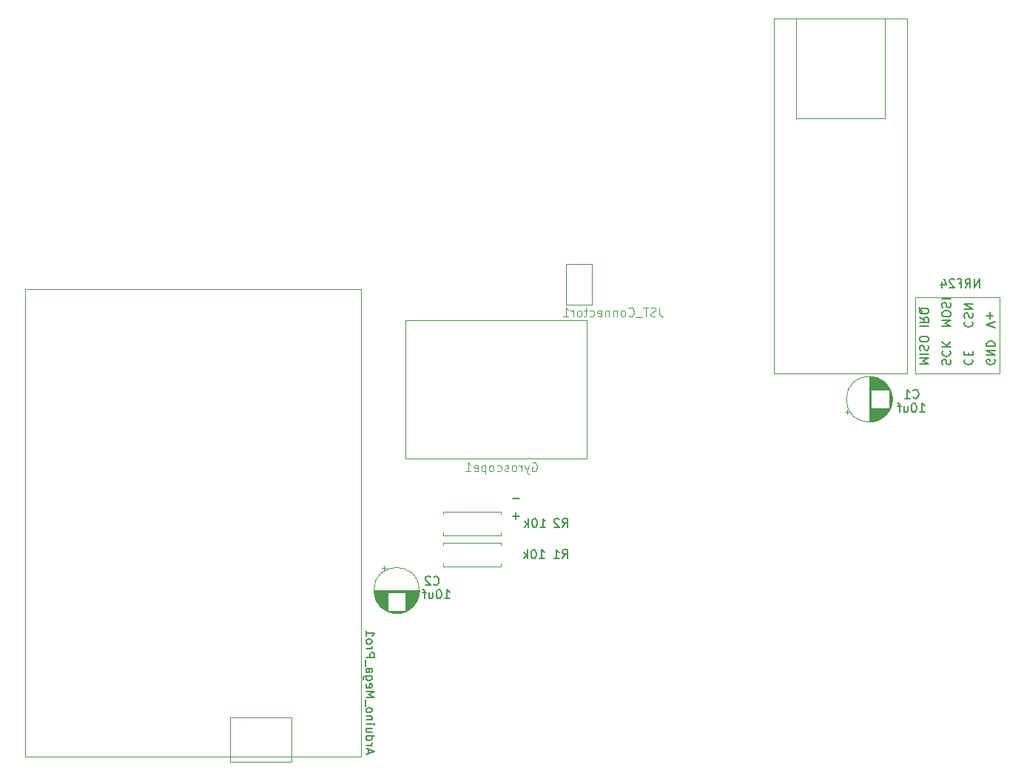
<source format=gbr>
%TF.GenerationSoftware,KiCad,Pcbnew,7.0.8*%
%TF.CreationDate,2023-11-22T02:38:27-05:00*%
%TF.ProjectId,RCTransmitterAecertRobotics,52435472-616e-4736-9d69-747465724165,rev?*%
%TF.SameCoordinates,Original*%
%TF.FileFunction,Legend,Bot*%
%TF.FilePolarity,Positive*%
%FSLAX46Y46*%
G04 Gerber Fmt 4.6, Leading zero omitted, Abs format (unit mm)*
G04 Created by KiCad (PCBNEW 7.0.8) date 2023-11-22 02:38:27*
%MOMM*%
%LPD*%
G01*
G04 APERTURE LIST*
%ADD10C,0.150000*%
%ADD11C,0.100000*%
%ADD12C,0.120000*%
G04 APERTURE END LIST*
D10*
X142822524Y-113439890D02*
X143584429Y-113439890D01*
X143203476Y-113820843D02*
X143203476Y-113058938D01*
X142840078Y-111438816D02*
X143601983Y-111438816D01*
D11*
X145045033Y-107374600D02*
X145140271Y-107326981D01*
X145140271Y-107326981D02*
X145283128Y-107326981D01*
X145283128Y-107326981D02*
X145425985Y-107374600D01*
X145425985Y-107374600D02*
X145521223Y-107469838D01*
X145521223Y-107469838D02*
X145568842Y-107565076D01*
X145568842Y-107565076D02*
X145616461Y-107755552D01*
X145616461Y-107755552D02*
X145616461Y-107898409D01*
X145616461Y-107898409D02*
X145568842Y-108088885D01*
X145568842Y-108088885D02*
X145521223Y-108184123D01*
X145521223Y-108184123D02*
X145425985Y-108279362D01*
X145425985Y-108279362D02*
X145283128Y-108326981D01*
X145283128Y-108326981D02*
X145187890Y-108326981D01*
X145187890Y-108326981D02*
X145045033Y-108279362D01*
X145045033Y-108279362D02*
X144997414Y-108231742D01*
X144997414Y-108231742D02*
X144997414Y-107898409D01*
X144997414Y-107898409D02*
X145187890Y-107898409D01*
X144664080Y-107660314D02*
X144425985Y-108326981D01*
X144187890Y-107660314D02*
X144425985Y-108326981D01*
X144425985Y-108326981D02*
X144521223Y-108565076D01*
X144521223Y-108565076D02*
X144568842Y-108612695D01*
X144568842Y-108612695D02*
X144664080Y-108660314D01*
X143806937Y-108326981D02*
X143806937Y-107660314D01*
X143806937Y-107850790D02*
X143759318Y-107755552D01*
X143759318Y-107755552D02*
X143711699Y-107707933D01*
X143711699Y-107707933D02*
X143616461Y-107660314D01*
X143616461Y-107660314D02*
X143521223Y-107660314D01*
X143045032Y-108326981D02*
X143140270Y-108279362D01*
X143140270Y-108279362D02*
X143187889Y-108231742D01*
X143187889Y-108231742D02*
X143235508Y-108136504D01*
X143235508Y-108136504D02*
X143235508Y-107850790D01*
X143235508Y-107850790D02*
X143187889Y-107755552D01*
X143187889Y-107755552D02*
X143140270Y-107707933D01*
X143140270Y-107707933D02*
X143045032Y-107660314D01*
X143045032Y-107660314D02*
X142902175Y-107660314D01*
X142902175Y-107660314D02*
X142806937Y-107707933D01*
X142806937Y-107707933D02*
X142759318Y-107755552D01*
X142759318Y-107755552D02*
X142711699Y-107850790D01*
X142711699Y-107850790D02*
X142711699Y-108136504D01*
X142711699Y-108136504D02*
X142759318Y-108231742D01*
X142759318Y-108231742D02*
X142806937Y-108279362D01*
X142806937Y-108279362D02*
X142902175Y-108326981D01*
X142902175Y-108326981D02*
X143045032Y-108326981D01*
X142330746Y-108279362D02*
X142235508Y-108326981D01*
X142235508Y-108326981D02*
X142045032Y-108326981D01*
X142045032Y-108326981D02*
X141949794Y-108279362D01*
X141949794Y-108279362D02*
X141902175Y-108184123D01*
X141902175Y-108184123D02*
X141902175Y-108136504D01*
X141902175Y-108136504D02*
X141949794Y-108041266D01*
X141949794Y-108041266D02*
X142045032Y-107993647D01*
X142045032Y-107993647D02*
X142187889Y-107993647D01*
X142187889Y-107993647D02*
X142283127Y-107946028D01*
X142283127Y-107946028D02*
X142330746Y-107850790D01*
X142330746Y-107850790D02*
X142330746Y-107803171D01*
X142330746Y-107803171D02*
X142283127Y-107707933D01*
X142283127Y-107707933D02*
X142187889Y-107660314D01*
X142187889Y-107660314D02*
X142045032Y-107660314D01*
X142045032Y-107660314D02*
X141949794Y-107707933D01*
X141045032Y-108279362D02*
X141140270Y-108326981D01*
X141140270Y-108326981D02*
X141330746Y-108326981D01*
X141330746Y-108326981D02*
X141425984Y-108279362D01*
X141425984Y-108279362D02*
X141473603Y-108231742D01*
X141473603Y-108231742D02*
X141521222Y-108136504D01*
X141521222Y-108136504D02*
X141521222Y-107850790D01*
X141521222Y-107850790D02*
X141473603Y-107755552D01*
X141473603Y-107755552D02*
X141425984Y-107707933D01*
X141425984Y-107707933D02*
X141330746Y-107660314D01*
X141330746Y-107660314D02*
X141140270Y-107660314D01*
X141140270Y-107660314D02*
X141045032Y-107707933D01*
X140473603Y-108326981D02*
X140568841Y-108279362D01*
X140568841Y-108279362D02*
X140616460Y-108231742D01*
X140616460Y-108231742D02*
X140664079Y-108136504D01*
X140664079Y-108136504D02*
X140664079Y-107850790D01*
X140664079Y-107850790D02*
X140616460Y-107755552D01*
X140616460Y-107755552D02*
X140568841Y-107707933D01*
X140568841Y-107707933D02*
X140473603Y-107660314D01*
X140473603Y-107660314D02*
X140330746Y-107660314D01*
X140330746Y-107660314D02*
X140235508Y-107707933D01*
X140235508Y-107707933D02*
X140187889Y-107755552D01*
X140187889Y-107755552D02*
X140140270Y-107850790D01*
X140140270Y-107850790D02*
X140140270Y-108136504D01*
X140140270Y-108136504D02*
X140187889Y-108231742D01*
X140187889Y-108231742D02*
X140235508Y-108279362D01*
X140235508Y-108279362D02*
X140330746Y-108326981D01*
X140330746Y-108326981D02*
X140473603Y-108326981D01*
X139711698Y-107660314D02*
X139711698Y-108660314D01*
X139711698Y-107707933D02*
X139616460Y-107660314D01*
X139616460Y-107660314D02*
X139425984Y-107660314D01*
X139425984Y-107660314D02*
X139330746Y-107707933D01*
X139330746Y-107707933D02*
X139283127Y-107755552D01*
X139283127Y-107755552D02*
X139235508Y-107850790D01*
X139235508Y-107850790D02*
X139235508Y-108136504D01*
X139235508Y-108136504D02*
X139283127Y-108231742D01*
X139283127Y-108231742D02*
X139330746Y-108279362D01*
X139330746Y-108279362D02*
X139425984Y-108326981D01*
X139425984Y-108326981D02*
X139616460Y-108326981D01*
X139616460Y-108326981D02*
X139711698Y-108279362D01*
X138425984Y-108279362D02*
X138521222Y-108326981D01*
X138521222Y-108326981D02*
X138711698Y-108326981D01*
X138711698Y-108326981D02*
X138806936Y-108279362D01*
X138806936Y-108279362D02*
X138854555Y-108184123D01*
X138854555Y-108184123D02*
X138854555Y-107803171D01*
X138854555Y-107803171D02*
X138806936Y-107707933D01*
X138806936Y-107707933D02*
X138711698Y-107660314D01*
X138711698Y-107660314D02*
X138521222Y-107660314D01*
X138521222Y-107660314D02*
X138425984Y-107707933D01*
X138425984Y-107707933D02*
X138378365Y-107803171D01*
X138378365Y-107803171D02*
X138378365Y-107898409D01*
X138378365Y-107898409D02*
X138854555Y-107993647D01*
X137425984Y-108326981D02*
X137997412Y-108326981D01*
X137711698Y-108326981D02*
X137711698Y-107326981D01*
X137711698Y-107326981D02*
X137806936Y-107469838D01*
X137806936Y-107469838D02*
X137902174Y-107565076D01*
X137902174Y-107565076D02*
X137997412Y-107612695D01*
D10*
X148502666Y-114754819D02*
X148835999Y-114278628D01*
X149074094Y-114754819D02*
X149074094Y-113754819D01*
X149074094Y-113754819D02*
X148693142Y-113754819D01*
X148693142Y-113754819D02*
X148597904Y-113802438D01*
X148597904Y-113802438D02*
X148550285Y-113850057D01*
X148550285Y-113850057D02*
X148502666Y-113945295D01*
X148502666Y-113945295D02*
X148502666Y-114088152D01*
X148502666Y-114088152D02*
X148550285Y-114183390D01*
X148550285Y-114183390D02*
X148597904Y-114231009D01*
X148597904Y-114231009D02*
X148693142Y-114278628D01*
X148693142Y-114278628D02*
X149074094Y-114278628D01*
X148121713Y-113850057D02*
X148074094Y-113802438D01*
X148074094Y-113802438D02*
X147978856Y-113754819D01*
X147978856Y-113754819D02*
X147740761Y-113754819D01*
X147740761Y-113754819D02*
X147645523Y-113802438D01*
X147645523Y-113802438D02*
X147597904Y-113850057D01*
X147597904Y-113850057D02*
X147550285Y-113945295D01*
X147550285Y-113945295D02*
X147550285Y-114040533D01*
X147550285Y-114040533D02*
X147597904Y-114183390D01*
X147597904Y-114183390D02*
X148169332Y-114754819D01*
X148169332Y-114754819D02*
X147550285Y-114754819D01*
X145883238Y-118310819D02*
X146454666Y-118310819D01*
X146168952Y-118310819D02*
X146168952Y-117310819D01*
X146168952Y-117310819D02*
X146264190Y-117453676D01*
X146264190Y-117453676D02*
X146359428Y-117548914D01*
X146359428Y-117548914D02*
X146454666Y-117596533D01*
X145264190Y-117310819D02*
X145168952Y-117310819D01*
X145168952Y-117310819D02*
X145073714Y-117358438D01*
X145073714Y-117358438D02*
X145026095Y-117406057D01*
X145026095Y-117406057D02*
X144978476Y-117501295D01*
X144978476Y-117501295D02*
X144930857Y-117691771D01*
X144930857Y-117691771D02*
X144930857Y-117929866D01*
X144930857Y-117929866D02*
X144978476Y-118120342D01*
X144978476Y-118120342D02*
X145026095Y-118215580D01*
X145026095Y-118215580D02*
X145073714Y-118263200D01*
X145073714Y-118263200D02*
X145168952Y-118310819D01*
X145168952Y-118310819D02*
X145264190Y-118310819D01*
X145264190Y-118310819D02*
X145359428Y-118263200D01*
X145359428Y-118263200D02*
X145407047Y-118215580D01*
X145407047Y-118215580D02*
X145454666Y-118120342D01*
X145454666Y-118120342D02*
X145502285Y-117929866D01*
X145502285Y-117929866D02*
X145502285Y-117691771D01*
X145502285Y-117691771D02*
X145454666Y-117501295D01*
X145454666Y-117501295D02*
X145407047Y-117406057D01*
X145407047Y-117406057D02*
X145359428Y-117358438D01*
X145359428Y-117358438D02*
X145264190Y-117310819D01*
X144502285Y-118310819D02*
X144502285Y-117310819D01*
X144407047Y-117929866D02*
X144121333Y-118310819D01*
X144121333Y-117644152D02*
X144502285Y-118025104D01*
X148502666Y-118310819D02*
X148835999Y-117834628D01*
X149074094Y-118310819D02*
X149074094Y-117310819D01*
X149074094Y-117310819D02*
X148693142Y-117310819D01*
X148693142Y-117310819D02*
X148597904Y-117358438D01*
X148597904Y-117358438D02*
X148550285Y-117406057D01*
X148550285Y-117406057D02*
X148502666Y-117501295D01*
X148502666Y-117501295D02*
X148502666Y-117644152D01*
X148502666Y-117644152D02*
X148550285Y-117739390D01*
X148550285Y-117739390D02*
X148597904Y-117787009D01*
X148597904Y-117787009D02*
X148693142Y-117834628D01*
X148693142Y-117834628D02*
X149074094Y-117834628D01*
X147550285Y-118310819D02*
X148121713Y-118310819D01*
X147835999Y-118310819D02*
X147835999Y-117310819D01*
X147835999Y-117310819D02*
X147931237Y-117453676D01*
X147931237Y-117453676D02*
X148026475Y-117548914D01*
X148026475Y-117548914D02*
X148121713Y-117596533D01*
X145979134Y-114724316D02*
X146550562Y-114724316D01*
X146264848Y-114724316D02*
X146264848Y-113724316D01*
X146264848Y-113724316D02*
X146360086Y-113867173D01*
X146360086Y-113867173D02*
X146455324Y-113962411D01*
X146455324Y-113962411D02*
X146550562Y-114010030D01*
X145360086Y-113724316D02*
X145264848Y-113724316D01*
X145264848Y-113724316D02*
X145169610Y-113771935D01*
X145169610Y-113771935D02*
X145121991Y-113819554D01*
X145121991Y-113819554D02*
X145074372Y-113914792D01*
X145074372Y-113914792D02*
X145026753Y-114105268D01*
X145026753Y-114105268D02*
X145026753Y-114343363D01*
X145026753Y-114343363D02*
X145074372Y-114533839D01*
X145074372Y-114533839D02*
X145121991Y-114629077D01*
X145121991Y-114629077D02*
X145169610Y-114676697D01*
X145169610Y-114676697D02*
X145264848Y-114724316D01*
X145264848Y-114724316D02*
X145360086Y-114724316D01*
X145360086Y-114724316D02*
X145455324Y-114676697D01*
X145455324Y-114676697D02*
X145502943Y-114629077D01*
X145502943Y-114629077D02*
X145550562Y-114533839D01*
X145550562Y-114533839D02*
X145598181Y-114343363D01*
X145598181Y-114343363D02*
X145598181Y-114105268D01*
X145598181Y-114105268D02*
X145550562Y-113914792D01*
X145550562Y-113914792D02*
X145502943Y-113819554D01*
X145502943Y-113819554D02*
X145455324Y-113771935D01*
X145455324Y-113771935D02*
X145360086Y-113724316D01*
X144598181Y-114724316D02*
X144598181Y-113724316D01*
X144502943Y-114343363D02*
X144217229Y-114724316D01*
X144217229Y-114057649D02*
X144598181Y-114438601D01*
X133770666Y-121263580D02*
X133818285Y-121311200D01*
X133818285Y-121311200D02*
X133961142Y-121358819D01*
X133961142Y-121358819D02*
X134056380Y-121358819D01*
X134056380Y-121358819D02*
X134199237Y-121311200D01*
X134199237Y-121311200D02*
X134294475Y-121215961D01*
X134294475Y-121215961D02*
X134342094Y-121120723D01*
X134342094Y-121120723D02*
X134389713Y-120930247D01*
X134389713Y-120930247D02*
X134389713Y-120787390D01*
X134389713Y-120787390D02*
X134342094Y-120596914D01*
X134342094Y-120596914D02*
X134294475Y-120501676D01*
X134294475Y-120501676D02*
X134199237Y-120406438D01*
X134199237Y-120406438D02*
X134056380Y-120358819D01*
X134056380Y-120358819D02*
X133961142Y-120358819D01*
X133961142Y-120358819D02*
X133818285Y-120406438D01*
X133818285Y-120406438D02*
X133770666Y-120454057D01*
X133389713Y-120454057D02*
X133342094Y-120406438D01*
X133342094Y-120406438D02*
X133246856Y-120358819D01*
X133246856Y-120358819D02*
X133008761Y-120358819D01*
X133008761Y-120358819D02*
X132913523Y-120406438D01*
X132913523Y-120406438D02*
X132865904Y-120454057D01*
X132865904Y-120454057D02*
X132818285Y-120549295D01*
X132818285Y-120549295D02*
X132818285Y-120644533D01*
X132818285Y-120644533D02*
X132865904Y-120787390D01*
X132865904Y-120787390D02*
X133437332Y-121358819D01*
X133437332Y-121358819D02*
X132818285Y-121358819D01*
X135040571Y-122882819D02*
X135611999Y-122882819D01*
X135326285Y-122882819D02*
X135326285Y-121882819D01*
X135326285Y-121882819D02*
X135421523Y-122025676D01*
X135421523Y-122025676D02*
X135516761Y-122120914D01*
X135516761Y-122120914D02*
X135611999Y-122168533D01*
X134421523Y-121882819D02*
X134326285Y-121882819D01*
X134326285Y-121882819D02*
X134231047Y-121930438D01*
X134231047Y-121930438D02*
X134183428Y-121978057D01*
X134183428Y-121978057D02*
X134135809Y-122073295D01*
X134135809Y-122073295D02*
X134088190Y-122263771D01*
X134088190Y-122263771D02*
X134088190Y-122501866D01*
X134088190Y-122501866D02*
X134135809Y-122692342D01*
X134135809Y-122692342D02*
X134183428Y-122787580D01*
X134183428Y-122787580D02*
X134231047Y-122835200D01*
X134231047Y-122835200D02*
X134326285Y-122882819D01*
X134326285Y-122882819D02*
X134421523Y-122882819D01*
X134421523Y-122882819D02*
X134516761Y-122835200D01*
X134516761Y-122835200D02*
X134564380Y-122787580D01*
X134564380Y-122787580D02*
X134611999Y-122692342D01*
X134611999Y-122692342D02*
X134659618Y-122501866D01*
X134659618Y-122501866D02*
X134659618Y-122263771D01*
X134659618Y-122263771D02*
X134611999Y-122073295D01*
X134611999Y-122073295D02*
X134564380Y-121978057D01*
X134564380Y-121978057D02*
X134516761Y-121930438D01*
X134516761Y-121930438D02*
X134421523Y-121882819D01*
X133231047Y-122216152D02*
X133231047Y-122882819D01*
X133659618Y-122216152D02*
X133659618Y-122739961D01*
X133659618Y-122739961D02*
X133611999Y-122835200D01*
X133611999Y-122835200D02*
X133516761Y-122882819D01*
X133516761Y-122882819D02*
X133373904Y-122882819D01*
X133373904Y-122882819D02*
X133278666Y-122835200D01*
X133278666Y-122835200D02*
X133231047Y-122787580D01*
X132897713Y-122216152D02*
X132516761Y-122216152D01*
X132754856Y-122882819D02*
X132754856Y-122025676D01*
X132754856Y-122025676D02*
X132707237Y-121930438D01*
X132707237Y-121930438D02*
X132611999Y-121882819D01*
X132611999Y-121882819D02*
X132516761Y-121882819D01*
D11*
X159614775Y-89583055D02*
X159614775Y-90297340D01*
X159614775Y-90297340D02*
X159662394Y-90440197D01*
X159662394Y-90440197D02*
X159757632Y-90535436D01*
X159757632Y-90535436D02*
X159900489Y-90583055D01*
X159900489Y-90583055D02*
X159995727Y-90583055D01*
X159186203Y-90535436D02*
X159043346Y-90583055D01*
X159043346Y-90583055D02*
X158805251Y-90583055D01*
X158805251Y-90583055D02*
X158710013Y-90535436D01*
X158710013Y-90535436D02*
X158662394Y-90487816D01*
X158662394Y-90487816D02*
X158614775Y-90392578D01*
X158614775Y-90392578D02*
X158614775Y-90297340D01*
X158614775Y-90297340D02*
X158662394Y-90202102D01*
X158662394Y-90202102D02*
X158710013Y-90154483D01*
X158710013Y-90154483D02*
X158805251Y-90106864D01*
X158805251Y-90106864D02*
X158995727Y-90059245D01*
X158995727Y-90059245D02*
X159090965Y-90011626D01*
X159090965Y-90011626D02*
X159138584Y-89964007D01*
X159138584Y-89964007D02*
X159186203Y-89868769D01*
X159186203Y-89868769D02*
X159186203Y-89773531D01*
X159186203Y-89773531D02*
X159138584Y-89678293D01*
X159138584Y-89678293D02*
X159090965Y-89630674D01*
X159090965Y-89630674D02*
X158995727Y-89583055D01*
X158995727Y-89583055D02*
X158757632Y-89583055D01*
X158757632Y-89583055D02*
X158614775Y-89630674D01*
X158329060Y-89583055D02*
X157757632Y-89583055D01*
X158043346Y-90583055D02*
X158043346Y-89583055D01*
X157662394Y-90678293D02*
X156900489Y-90678293D01*
X156090965Y-90487816D02*
X156138584Y-90535436D01*
X156138584Y-90535436D02*
X156281441Y-90583055D01*
X156281441Y-90583055D02*
X156376679Y-90583055D01*
X156376679Y-90583055D02*
X156519536Y-90535436D01*
X156519536Y-90535436D02*
X156614774Y-90440197D01*
X156614774Y-90440197D02*
X156662393Y-90344959D01*
X156662393Y-90344959D02*
X156710012Y-90154483D01*
X156710012Y-90154483D02*
X156710012Y-90011626D01*
X156710012Y-90011626D02*
X156662393Y-89821150D01*
X156662393Y-89821150D02*
X156614774Y-89725912D01*
X156614774Y-89725912D02*
X156519536Y-89630674D01*
X156519536Y-89630674D02*
X156376679Y-89583055D01*
X156376679Y-89583055D02*
X156281441Y-89583055D01*
X156281441Y-89583055D02*
X156138584Y-89630674D01*
X156138584Y-89630674D02*
X156090965Y-89678293D01*
X155519536Y-90583055D02*
X155614774Y-90535436D01*
X155614774Y-90535436D02*
X155662393Y-90487816D01*
X155662393Y-90487816D02*
X155710012Y-90392578D01*
X155710012Y-90392578D02*
X155710012Y-90106864D01*
X155710012Y-90106864D02*
X155662393Y-90011626D01*
X155662393Y-90011626D02*
X155614774Y-89964007D01*
X155614774Y-89964007D02*
X155519536Y-89916388D01*
X155519536Y-89916388D02*
X155376679Y-89916388D01*
X155376679Y-89916388D02*
X155281441Y-89964007D01*
X155281441Y-89964007D02*
X155233822Y-90011626D01*
X155233822Y-90011626D02*
X155186203Y-90106864D01*
X155186203Y-90106864D02*
X155186203Y-90392578D01*
X155186203Y-90392578D02*
X155233822Y-90487816D01*
X155233822Y-90487816D02*
X155281441Y-90535436D01*
X155281441Y-90535436D02*
X155376679Y-90583055D01*
X155376679Y-90583055D02*
X155519536Y-90583055D01*
X154757631Y-89916388D02*
X154757631Y-90583055D01*
X154757631Y-90011626D02*
X154710012Y-89964007D01*
X154710012Y-89964007D02*
X154614774Y-89916388D01*
X154614774Y-89916388D02*
X154471917Y-89916388D01*
X154471917Y-89916388D02*
X154376679Y-89964007D01*
X154376679Y-89964007D02*
X154329060Y-90059245D01*
X154329060Y-90059245D02*
X154329060Y-90583055D01*
X153852869Y-89916388D02*
X153852869Y-90583055D01*
X153852869Y-90011626D02*
X153805250Y-89964007D01*
X153805250Y-89964007D02*
X153710012Y-89916388D01*
X153710012Y-89916388D02*
X153567155Y-89916388D01*
X153567155Y-89916388D02*
X153471917Y-89964007D01*
X153471917Y-89964007D02*
X153424298Y-90059245D01*
X153424298Y-90059245D02*
X153424298Y-90583055D01*
X152567155Y-90535436D02*
X152662393Y-90583055D01*
X152662393Y-90583055D02*
X152852869Y-90583055D01*
X152852869Y-90583055D02*
X152948107Y-90535436D01*
X152948107Y-90535436D02*
X152995726Y-90440197D01*
X152995726Y-90440197D02*
X152995726Y-90059245D01*
X152995726Y-90059245D02*
X152948107Y-89964007D01*
X152948107Y-89964007D02*
X152852869Y-89916388D01*
X152852869Y-89916388D02*
X152662393Y-89916388D01*
X152662393Y-89916388D02*
X152567155Y-89964007D01*
X152567155Y-89964007D02*
X152519536Y-90059245D01*
X152519536Y-90059245D02*
X152519536Y-90154483D01*
X152519536Y-90154483D02*
X152995726Y-90249721D01*
X151662393Y-90535436D02*
X151757631Y-90583055D01*
X151757631Y-90583055D02*
X151948107Y-90583055D01*
X151948107Y-90583055D02*
X152043345Y-90535436D01*
X152043345Y-90535436D02*
X152090964Y-90487816D01*
X152090964Y-90487816D02*
X152138583Y-90392578D01*
X152138583Y-90392578D02*
X152138583Y-90106864D01*
X152138583Y-90106864D02*
X152090964Y-90011626D01*
X152090964Y-90011626D02*
X152043345Y-89964007D01*
X152043345Y-89964007D02*
X151948107Y-89916388D01*
X151948107Y-89916388D02*
X151757631Y-89916388D01*
X151757631Y-89916388D02*
X151662393Y-89964007D01*
X151376678Y-89916388D02*
X150995726Y-89916388D01*
X151233821Y-89583055D02*
X151233821Y-90440197D01*
X151233821Y-90440197D02*
X151186202Y-90535436D01*
X151186202Y-90535436D02*
X151090964Y-90583055D01*
X151090964Y-90583055D02*
X150995726Y-90583055D01*
X150519535Y-90583055D02*
X150614773Y-90535436D01*
X150614773Y-90535436D02*
X150662392Y-90487816D01*
X150662392Y-90487816D02*
X150710011Y-90392578D01*
X150710011Y-90392578D02*
X150710011Y-90106864D01*
X150710011Y-90106864D02*
X150662392Y-90011626D01*
X150662392Y-90011626D02*
X150614773Y-89964007D01*
X150614773Y-89964007D02*
X150519535Y-89916388D01*
X150519535Y-89916388D02*
X150376678Y-89916388D01*
X150376678Y-89916388D02*
X150281440Y-89964007D01*
X150281440Y-89964007D02*
X150233821Y-90011626D01*
X150233821Y-90011626D02*
X150186202Y-90106864D01*
X150186202Y-90106864D02*
X150186202Y-90392578D01*
X150186202Y-90392578D02*
X150233821Y-90487816D01*
X150233821Y-90487816D02*
X150281440Y-90535436D01*
X150281440Y-90535436D02*
X150376678Y-90583055D01*
X150376678Y-90583055D02*
X150519535Y-90583055D01*
X149757630Y-90583055D02*
X149757630Y-89916388D01*
X149757630Y-90106864D02*
X149710011Y-90011626D01*
X149710011Y-90011626D02*
X149662392Y-89964007D01*
X149662392Y-89964007D02*
X149567154Y-89916388D01*
X149567154Y-89916388D02*
X149471916Y-89916388D01*
X148614773Y-90583055D02*
X149186201Y-90583055D01*
X148900487Y-90583055D02*
X148900487Y-89583055D01*
X148900487Y-89583055D02*
X148995725Y-89725912D01*
X148995725Y-89725912D02*
X149090963Y-89821150D01*
X149090963Y-89821150D02*
X149186201Y-89868769D01*
D10*
X126322895Y-140604000D02*
X126322895Y-140127810D01*
X126037180Y-140699238D02*
X127037180Y-140365905D01*
X127037180Y-140365905D02*
X126037180Y-140032572D01*
X126037180Y-139699238D02*
X126703847Y-139699238D01*
X126513371Y-139699238D02*
X126608609Y-139651619D01*
X126608609Y-139651619D02*
X126656228Y-139604000D01*
X126656228Y-139604000D02*
X126703847Y-139508762D01*
X126703847Y-139508762D02*
X126703847Y-139413524D01*
X126037180Y-138651619D02*
X127037180Y-138651619D01*
X126084800Y-138651619D02*
X126037180Y-138746857D01*
X126037180Y-138746857D02*
X126037180Y-138937333D01*
X126037180Y-138937333D02*
X126084800Y-139032571D01*
X126084800Y-139032571D02*
X126132419Y-139080190D01*
X126132419Y-139080190D02*
X126227657Y-139127809D01*
X126227657Y-139127809D02*
X126513371Y-139127809D01*
X126513371Y-139127809D02*
X126608609Y-139080190D01*
X126608609Y-139080190D02*
X126656228Y-139032571D01*
X126656228Y-139032571D02*
X126703847Y-138937333D01*
X126703847Y-138937333D02*
X126703847Y-138746857D01*
X126703847Y-138746857D02*
X126656228Y-138651619D01*
X126703847Y-137746857D02*
X126037180Y-137746857D01*
X126703847Y-138175428D02*
X126180038Y-138175428D01*
X126180038Y-138175428D02*
X126084800Y-138127809D01*
X126084800Y-138127809D02*
X126037180Y-138032571D01*
X126037180Y-138032571D02*
X126037180Y-137889714D01*
X126037180Y-137889714D02*
X126084800Y-137794476D01*
X126084800Y-137794476D02*
X126132419Y-137746857D01*
X126037180Y-137270666D02*
X126703847Y-137270666D01*
X127037180Y-137270666D02*
X126989561Y-137318285D01*
X126989561Y-137318285D02*
X126941942Y-137270666D01*
X126941942Y-137270666D02*
X126989561Y-137223047D01*
X126989561Y-137223047D02*
X127037180Y-137270666D01*
X127037180Y-137270666D02*
X126941942Y-137270666D01*
X126703847Y-136794476D02*
X126037180Y-136794476D01*
X126608609Y-136794476D02*
X126656228Y-136746857D01*
X126656228Y-136746857D02*
X126703847Y-136651619D01*
X126703847Y-136651619D02*
X126703847Y-136508762D01*
X126703847Y-136508762D02*
X126656228Y-136413524D01*
X126656228Y-136413524D02*
X126560990Y-136365905D01*
X126560990Y-136365905D02*
X126037180Y-136365905D01*
X126037180Y-135746857D02*
X126084800Y-135842095D01*
X126084800Y-135842095D02*
X126132419Y-135889714D01*
X126132419Y-135889714D02*
X126227657Y-135937333D01*
X126227657Y-135937333D02*
X126513371Y-135937333D01*
X126513371Y-135937333D02*
X126608609Y-135889714D01*
X126608609Y-135889714D02*
X126656228Y-135842095D01*
X126656228Y-135842095D02*
X126703847Y-135746857D01*
X126703847Y-135746857D02*
X126703847Y-135604000D01*
X126703847Y-135604000D02*
X126656228Y-135508762D01*
X126656228Y-135508762D02*
X126608609Y-135461143D01*
X126608609Y-135461143D02*
X126513371Y-135413524D01*
X126513371Y-135413524D02*
X126227657Y-135413524D01*
X126227657Y-135413524D02*
X126132419Y-135461143D01*
X126132419Y-135461143D02*
X126084800Y-135508762D01*
X126084800Y-135508762D02*
X126037180Y-135604000D01*
X126037180Y-135604000D02*
X126037180Y-135746857D01*
X125941942Y-135223048D02*
X125941942Y-134461143D01*
X126037180Y-134223047D02*
X127037180Y-134223047D01*
X127037180Y-134223047D02*
X126322895Y-133889714D01*
X126322895Y-133889714D02*
X127037180Y-133556381D01*
X127037180Y-133556381D02*
X126037180Y-133556381D01*
X126084800Y-132699238D02*
X126037180Y-132794476D01*
X126037180Y-132794476D02*
X126037180Y-132984952D01*
X126037180Y-132984952D02*
X126084800Y-133080190D01*
X126084800Y-133080190D02*
X126180038Y-133127809D01*
X126180038Y-133127809D02*
X126560990Y-133127809D01*
X126560990Y-133127809D02*
X126656228Y-133080190D01*
X126656228Y-133080190D02*
X126703847Y-132984952D01*
X126703847Y-132984952D02*
X126703847Y-132794476D01*
X126703847Y-132794476D02*
X126656228Y-132699238D01*
X126656228Y-132699238D02*
X126560990Y-132651619D01*
X126560990Y-132651619D02*
X126465752Y-132651619D01*
X126465752Y-132651619D02*
X126370514Y-133127809D01*
X126703847Y-131794476D02*
X125894323Y-131794476D01*
X125894323Y-131794476D02*
X125799085Y-131842095D01*
X125799085Y-131842095D02*
X125751466Y-131889714D01*
X125751466Y-131889714D02*
X125703847Y-131984952D01*
X125703847Y-131984952D02*
X125703847Y-132127809D01*
X125703847Y-132127809D02*
X125751466Y-132223047D01*
X126084800Y-131794476D02*
X126037180Y-131889714D01*
X126037180Y-131889714D02*
X126037180Y-132080190D01*
X126037180Y-132080190D02*
X126084800Y-132175428D01*
X126084800Y-132175428D02*
X126132419Y-132223047D01*
X126132419Y-132223047D02*
X126227657Y-132270666D01*
X126227657Y-132270666D02*
X126513371Y-132270666D01*
X126513371Y-132270666D02*
X126608609Y-132223047D01*
X126608609Y-132223047D02*
X126656228Y-132175428D01*
X126656228Y-132175428D02*
X126703847Y-132080190D01*
X126703847Y-132080190D02*
X126703847Y-131889714D01*
X126703847Y-131889714D02*
X126656228Y-131794476D01*
X126037180Y-130889714D02*
X126560990Y-130889714D01*
X126560990Y-130889714D02*
X126656228Y-130937333D01*
X126656228Y-130937333D02*
X126703847Y-131032571D01*
X126703847Y-131032571D02*
X126703847Y-131223047D01*
X126703847Y-131223047D02*
X126656228Y-131318285D01*
X126084800Y-130889714D02*
X126037180Y-130984952D01*
X126037180Y-130984952D02*
X126037180Y-131223047D01*
X126037180Y-131223047D02*
X126084800Y-131318285D01*
X126084800Y-131318285D02*
X126180038Y-131365904D01*
X126180038Y-131365904D02*
X126275276Y-131365904D01*
X126275276Y-131365904D02*
X126370514Y-131318285D01*
X126370514Y-131318285D02*
X126418133Y-131223047D01*
X126418133Y-131223047D02*
X126418133Y-130984952D01*
X126418133Y-130984952D02*
X126465752Y-130889714D01*
X125941942Y-130651619D02*
X125941942Y-129889714D01*
X126037180Y-129651618D02*
X127037180Y-129651618D01*
X127037180Y-129651618D02*
X127037180Y-129270666D01*
X127037180Y-129270666D02*
X126989561Y-129175428D01*
X126989561Y-129175428D02*
X126941942Y-129127809D01*
X126941942Y-129127809D02*
X126846704Y-129080190D01*
X126846704Y-129080190D02*
X126703847Y-129080190D01*
X126703847Y-129080190D02*
X126608609Y-129127809D01*
X126608609Y-129127809D02*
X126560990Y-129175428D01*
X126560990Y-129175428D02*
X126513371Y-129270666D01*
X126513371Y-129270666D02*
X126513371Y-129651618D01*
X126037180Y-128651618D02*
X126703847Y-128651618D01*
X126513371Y-128651618D02*
X126608609Y-128603999D01*
X126608609Y-128603999D02*
X126656228Y-128556380D01*
X126656228Y-128556380D02*
X126703847Y-128461142D01*
X126703847Y-128461142D02*
X126703847Y-128365904D01*
X126037180Y-127889713D02*
X126084800Y-127984951D01*
X126084800Y-127984951D02*
X126132419Y-128032570D01*
X126132419Y-128032570D02*
X126227657Y-128080189D01*
X126227657Y-128080189D02*
X126513371Y-128080189D01*
X126513371Y-128080189D02*
X126608609Y-128032570D01*
X126608609Y-128032570D02*
X126656228Y-127984951D01*
X126656228Y-127984951D02*
X126703847Y-127889713D01*
X126703847Y-127889713D02*
X126703847Y-127746856D01*
X126703847Y-127746856D02*
X126656228Y-127651618D01*
X126656228Y-127651618D02*
X126608609Y-127603999D01*
X126608609Y-127603999D02*
X126513371Y-127556380D01*
X126513371Y-127556380D02*
X126227657Y-127556380D01*
X126227657Y-127556380D02*
X126132419Y-127603999D01*
X126132419Y-127603999D02*
X126084800Y-127651618D01*
X126084800Y-127651618D02*
X126037180Y-127746856D01*
X126037180Y-127746856D02*
X126037180Y-127889713D01*
X126037180Y-126603999D02*
X126037180Y-127175427D01*
X126037180Y-126889713D02*
X127037180Y-126889713D01*
X127037180Y-126889713D02*
X126894323Y-126984951D01*
X126894323Y-126984951D02*
X126799085Y-127080189D01*
X126799085Y-127080189D02*
X126751466Y-127175427D01*
X188659271Y-99876901D02*
X188706890Y-99924521D01*
X188706890Y-99924521D02*
X188849747Y-99972140D01*
X188849747Y-99972140D02*
X188944985Y-99972140D01*
X188944985Y-99972140D02*
X189087842Y-99924521D01*
X189087842Y-99924521D02*
X189183080Y-99829282D01*
X189183080Y-99829282D02*
X189230699Y-99734044D01*
X189230699Y-99734044D02*
X189278318Y-99543568D01*
X189278318Y-99543568D02*
X189278318Y-99400711D01*
X189278318Y-99400711D02*
X189230699Y-99210235D01*
X189230699Y-99210235D02*
X189183080Y-99114997D01*
X189183080Y-99114997D02*
X189087842Y-99019759D01*
X189087842Y-99019759D02*
X188944985Y-98972140D01*
X188944985Y-98972140D02*
X188849747Y-98972140D01*
X188849747Y-98972140D02*
X188706890Y-99019759D01*
X188706890Y-99019759D02*
X188659271Y-99067378D01*
X187706890Y-99972140D02*
X188278318Y-99972140D01*
X187992604Y-99972140D02*
X187992604Y-98972140D01*
X187992604Y-98972140D02*
X188087842Y-99114997D01*
X188087842Y-99114997D02*
X188183080Y-99210235D01*
X188183080Y-99210235D02*
X188278318Y-99257854D01*
X189396571Y-101546819D02*
X189967999Y-101546819D01*
X189682285Y-101546819D02*
X189682285Y-100546819D01*
X189682285Y-100546819D02*
X189777523Y-100689676D01*
X189777523Y-100689676D02*
X189872761Y-100784914D01*
X189872761Y-100784914D02*
X189967999Y-100832533D01*
X188777523Y-100546819D02*
X188682285Y-100546819D01*
X188682285Y-100546819D02*
X188587047Y-100594438D01*
X188587047Y-100594438D02*
X188539428Y-100642057D01*
X188539428Y-100642057D02*
X188491809Y-100737295D01*
X188491809Y-100737295D02*
X188444190Y-100927771D01*
X188444190Y-100927771D02*
X188444190Y-101165866D01*
X188444190Y-101165866D02*
X188491809Y-101356342D01*
X188491809Y-101356342D02*
X188539428Y-101451580D01*
X188539428Y-101451580D02*
X188587047Y-101499200D01*
X188587047Y-101499200D02*
X188682285Y-101546819D01*
X188682285Y-101546819D02*
X188777523Y-101546819D01*
X188777523Y-101546819D02*
X188872761Y-101499200D01*
X188872761Y-101499200D02*
X188920380Y-101451580D01*
X188920380Y-101451580D02*
X188967999Y-101356342D01*
X188967999Y-101356342D02*
X189015618Y-101165866D01*
X189015618Y-101165866D02*
X189015618Y-100927771D01*
X189015618Y-100927771D02*
X188967999Y-100737295D01*
X188967999Y-100737295D02*
X188920380Y-100642057D01*
X188920380Y-100642057D02*
X188872761Y-100594438D01*
X188872761Y-100594438D02*
X188777523Y-100546819D01*
X187587047Y-100880152D02*
X187587047Y-101546819D01*
X188015618Y-100880152D02*
X188015618Y-101403961D01*
X188015618Y-101403961D02*
X187967999Y-101499200D01*
X187967999Y-101499200D02*
X187872761Y-101546819D01*
X187872761Y-101546819D02*
X187729904Y-101546819D01*
X187729904Y-101546819D02*
X187634666Y-101499200D01*
X187634666Y-101499200D02*
X187587047Y-101451580D01*
X187253713Y-100880152D02*
X186872761Y-100880152D01*
X187110856Y-101546819D02*
X187110856Y-100689676D01*
X187110856Y-100689676D02*
X187063237Y-100594438D01*
X187063237Y-100594438D02*
X186967999Y-100546819D01*
X186967999Y-100546819D02*
X186872761Y-100546819D01*
X196222666Y-87322819D02*
X196222666Y-86322819D01*
X196222666Y-86322819D02*
X195651238Y-87322819D01*
X195651238Y-87322819D02*
X195651238Y-86322819D01*
X194603619Y-87322819D02*
X194936952Y-86846628D01*
X195175047Y-87322819D02*
X195175047Y-86322819D01*
X195175047Y-86322819D02*
X194794095Y-86322819D01*
X194794095Y-86322819D02*
X194698857Y-86370438D01*
X194698857Y-86370438D02*
X194651238Y-86418057D01*
X194651238Y-86418057D02*
X194603619Y-86513295D01*
X194603619Y-86513295D02*
X194603619Y-86656152D01*
X194603619Y-86656152D02*
X194651238Y-86751390D01*
X194651238Y-86751390D02*
X194698857Y-86799009D01*
X194698857Y-86799009D02*
X194794095Y-86846628D01*
X194794095Y-86846628D02*
X195175047Y-86846628D01*
X193841714Y-86799009D02*
X194175047Y-86799009D01*
X194175047Y-87322819D02*
X194175047Y-86322819D01*
X194175047Y-86322819D02*
X193698857Y-86322819D01*
X193365523Y-86418057D02*
X193317904Y-86370438D01*
X193317904Y-86370438D02*
X193222666Y-86322819D01*
X193222666Y-86322819D02*
X192984571Y-86322819D01*
X192984571Y-86322819D02*
X192889333Y-86370438D01*
X192889333Y-86370438D02*
X192841714Y-86418057D01*
X192841714Y-86418057D02*
X192794095Y-86513295D01*
X192794095Y-86513295D02*
X192794095Y-86608533D01*
X192794095Y-86608533D02*
X192841714Y-86751390D01*
X192841714Y-86751390D02*
X193413142Y-87322819D01*
X193413142Y-87322819D02*
X192794095Y-87322819D01*
X191936952Y-86656152D02*
X191936952Y-87322819D01*
X192175047Y-86275200D02*
X192413142Y-86989485D01*
X192413142Y-86989485D02*
X191794095Y-86989485D01*
X189410180Y-91738220D02*
X190410180Y-91738220D01*
X189410180Y-90690602D02*
X189886371Y-91023935D01*
X189410180Y-91262030D02*
X190410180Y-91262030D01*
X190410180Y-91262030D02*
X190410180Y-90881078D01*
X190410180Y-90881078D02*
X190362561Y-90785840D01*
X190362561Y-90785840D02*
X190314942Y-90738221D01*
X190314942Y-90738221D02*
X190219704Y-90690602D01*
X190219704Y-90690602D02*
X190076847Y-90690602D01*
X190076847Y-90690602D02*
X189981609Y-90738221D01*
X189981609Y-90738221D02*
X189933990Y-90785840D01*
X189933990Y-90785840D02*
X189886371Y-90881078D01*
X189886371Y-90881078D02*
X189886371Y-91262030D01*
X189314942Y-89595364D02*
X189362561Y-89690602D01*
X189362561Y-89690602D02*
X189457800Y-89785840D01*
X189457800Y-89785840D02*
X189600657Y-89928697D01*
X189600657Y-89928697D02*
X189648276Y-90023935D01*
X189648276Y-90023935D02*
X189648276Y-90119173D01*
X189410180Y-90071554D02*
X189457800Y-90166792D01*
X189457800Y-90166792D02*
X189553038Y-90262030D01*
X189553038Y-90262030D02*
X189743514Y-90309649D01*
X189743514Y-90309649D02*
X190076847Y-90309649D01*
X190076847Y-90309649D02*
X190267323Y-90262030D01*
X190267323Y-90262030D02*
X190362561Y-90166792D01*
X190362561Y-90166792D02*
X190410180Y-90071554D01*
X190410180Y-90071554D02*
X190410180Y-89881078D01*
X190410180Y-89881078D02*
X190362561Y-89785840D01*
X190362561Y-89785840D02*
X190267323Y-89690602D01*
X190267323Y-89690602D02*
X190076847Y-89642983D01*
X190076847Y-89642983D02*
X189743514Y-89642983D01*
X189743514Y-89642983D02*
X189553038Y-89690602D01*
X189553038Y-89690602D02*
X189457800Y-89785840D01*
X189457800Y-89785840D02*
X189410180Y-89881078D01*
X189410180Y-89881078D02*
X189410180Y-90071554D01*
X189410180Y-96056220D02*
X190410180Y-96056220D01*
X190410180Y-96056220D02*
X189695895Y-95722887D01*
X189695895Y-95722887D02*
X190410180Y-95389554D01*
X190410180Y-95389554D02*
X189410180Y-95389554D01*
X189410180Y-94913363D02*
X190410180Y-94913363D01*
X189457800Y-94484792D02*
X189410180Y-94341935D01*
X189410180Y-94341935D02*
X189410180Y-94103840D01*
X189410180Y-94103840D02*
X189457800Y-94008602D01*
X189457800Y-94008602D02*
X189505419Y-93960983D01*
X189505419Y-93960983D02*
X189600657Y-93913364D01*
X189600657Y-93913364D02*
X189695895Y-93913364D01*
X189695895Y-93913364D02*
X189791133Y-93960983D01*
X189791133Y-93960983D02*
X189838752Y-94008602D01*
X189838752Y-94008602D02*
X189886371Y-94103840D01*
X189886371Y-94103840D02*
X189933990Y-94294316D01*
X189933990Y-94294316D02*
X189981609Y-94389554D01*
X189981609Y-94389554D02*
X190029228Y-94437173D01*
X190029228Y-94437173D02*
X190124466Y-94484792D01*
X190124466Y-94484792D02*
X190219704Y-94484792D01*
X190219704Y-94484792D02*
X190314942Y-94437173D01*
X190314942Y-94437173D02*
X190362561Y-94389554D01*
X190362561Y-94389554D02*
X190410180Y-94294316D01*
X190410180Y-94294316D02*
X190410180Y-94056221D01*
X190410180Y-94056221D02*
X190362561Y-93913364D01*
X190410180Y-93294316D02*
X190410180Y-93103840D01*
X190410180Y-93103840D02*
X190362561Y-93008602D01*
X190362561Y-93008602D02*
X190267323Y-92913364D01*
X190267323Y-92913364D02*
X190076847Y-92865745D01*
X190076847Y-92865745D02*
X189743514Y-92865745D01*
X189743514Y-92865745D02*
X189553038Y-92913364D01*
X189553038Y-92913364D02*
X189457800Y-93008602D01*
X189457800Y-93008602D02*
X189410180Y-93103840D01*
X189410180Y-93103840D02*
X189410180Y-93294316D01*
X189410180Y-93294316D02*
X189457800Y-93389554D01*
X189457800Y-93389554D02*
X189553038Y-93484792D01*
X189553038Y-93484792D02*
X189743514Y-93532411D01*
X189743514Y-93532411D02*
X190076847Y-93532411D01*
X190076847Y-93532411D02*
X190267323Y-93484792D01*
X190267323Y-93484792D02*
X190362561Y-93389554D01*
X190362561Y-93389554D02*
X190410180Y-93294316D01*
X198030180Y-91881077D02*
X197030180Y-91547744D01*
X197030180Y-91547744D02*
X198030180Y-91214411D01*
X197411133Y-90881077D02*
X197411133Y-90119173D01*
X197030180Y-90500125D02*
X197792085Y-90500125D01*
X194585419Y-95484792D02*
X194537800Y-95532411D01*
X194537800Y-95532411D02*
X194490180Y-95675268D01*
X194490180Y-95675268D02*
X194490180Y-95770506D01*
X194490180Y-95770506D02*
X194537800Y-95913363D01*
X194537800Y-95913363D02*
X194633038Y-96008601D01*
X194633038Y-96008601D02*
X194728276Y-96056220D01*
X194728276Y-96056220D02*
X194918752Y-96103839D01*
X194918752Y-96103839D02*
X195061609Y-96103839D01*
X195061609Y-96103839D02*
X195252085Y-96056220D01*
X195252085Y-96056220D02*
X195347323Y-96008601D01*
X195347323Y-96008601D02*
X195442561Y-95913363D01*
X195442561Y-95913363D02*
X195490180Y-95770506D01*
X195490180Y-95770506D02*
X195490180Y-95675268D01*
X195490180Y-95675268D02*
X195442561Y-95532411D01*
X195442561Y-95532411D02*
X195394942Y-95484792D01*
X195013990Y-95056220D02*
X195013990Y-94722887D01*
X194490180Y-94580030D02*
X194490180Y-95056220D01*
X194490180Y-95056220D02*
X195490180Y-95056220D01*
X195490180Y-95056220D02*
X195490180Y-94580030D01*
X197982561Y-95532411D02*
X198030180Y-95627649D01*
X198030180Y-95627649D02*
X198030180Y-95770506D01*
X198030180Y-95770506D02*
X197982561Y-95913363D01*
X197982561Y-95913363D02*
X197887323Y-96008601D01*
X197887323Y-96008601D02*
X197792085Y-96056220D01*
X197792085Y-96056220D02*
X197601609Y-96103839D01*
X197601609Y-96103839D02*
X197458752Y-96103839D01*
X197458752Y-96103839D02*
X197268276Y-96056220D01*
X197268276Y-96056220D02*
X197173038Y-96008601D01*
X197173038Y-96008601D02*
X197077800Y-95913363D01*
X197077800Y-95913363D02*
X197030180Y-95770506D01*
X197030180Y-95770506D02*
X197030180Y-95675268D01*
X197030180Y-95675268D02*
X197077800Y-95532411D01*
X197077800Y-95532411D02*
X197125419Y-95484792D01*
X197125419Y-95484792D02*
X197458752Y-95484792D01*
X197458752Y-95484792D02*
X197458752Y-95675268D01*
X197030180Y-95056220D02*
X198030180Y-95056220D01*
X198030180Y-95056220D02*
X197030180Y-94484792D01*
X197030180Y-94484792D02*
X198030180Y-94484792D01*
X197030180Y-94008601D02*
X198030180Y-94008601D01*
X198030180Y-94008601D02*
X198030180Y-93770506D01*
X198030180Y-93770506D02*
X197982561Y-93627649D01*
X197982561Y-93627649D02*
X197887323Y-93532411D01*
X197887323Y-93532411D02*
X197792085Y-93484792D01*
X197792085Y-93484792D02*
X197601609Y-93437173D01*
X197601609Y-93437173D02*
X197458752Y-93437173D01*
X197458752Y-93437173D02*
X197268276Y-93484792D01*
X197268276Y-93484792D02*
X197173038Y-93532411D01*
X197173038Y-93532411D02*
X197077800Y-93627649D01*
X197077800Y-93627649D02*
X197030180Y-93770506D01*
X197030180Y-93770506D02*
X197030180Y-94008601D01*
X191950180Y-91738220D02*
X192950180Y-91738220D01*
X192950180Y-91738220D02*
X192235895Y-91404887D01*
X192235895Y-91404887D02*
X192950180Y-91071554D01*
X192950180Y-91071554D02*
X191950180Y-91071554D01*
X192950180Y-90404887D02*
X192950180Y-90214411D01*
X192950180Y-90214411D02*
X192902561Y-90119173D01*
X192902561Y-90119173D02*
X192807323Y-90023935D01*
X192807323Y-90023935D02*
X192616847Y-89976316D01*
X192616847Y-89976316D02*
X192283514Y-89976316D01*
X192283514Y-89976316D02*
X192093038Y-90023935D01*
X192093038Y-90023935D02*
X191997800Y-90119173D01*
X191997800Y-90119173D02*
X191950180Y-90214411D01*
X191950180Y-90214411D02*
X191950180Y-90404887D01*
X191950180Y-90404887D02*
X191997800Y-90500125D01*
X191997800Y-90500125D02*
X192093038Y-90595363D01*
X192093038Y-90595363D02*
X192283514Y-90642982D01*
X192283514Y-90642982D02*
X192616847Y-90642982D01*
X192616847Y-90642982D02*
X192807323Y-90595363D01*
X192807323Y-90595363D02*
X192902561Y-90500125D01*
X192902561Y-90500125D02*
X192950180Y-90404887D01*
X191997800Y-89595363D02*
X191950180Y-89452506D01*
X191950180Y-89452506D02*
X191950180Y-89214411D01*
X191950180Y-89214411D02*
X191997800Y-89119173D01*
X191997800Y-89119173D02*
X192045419Y-89071554D01*
X192045419Y-89071554D02*
X192140657Y-89023935D01*
X192140657Y-89023935D02*
X192235895Y-89023935D01*
X192235895Y-89023935D02*
X192331133Y-89071554D01*
X192331133Y-89071554D02*
X192378752Y-89119173D01*
X192378752Y-89119173D02*
X192426371Y-89214411D01*
X192426371Y-89214411D02*
X192473990Y-89404887D01*
X192473990Y-89404887D02*
X192521609Y-89500125D01*
X192521609Y-89500125D02*
X192569228Y-89547744D01*
X192569228Y-89547744D02*
X192664466Y-89595363D01*
X192664466Y-89595363D02*
X192759704Y-89595363D01*
X192759704Y-89595363D02*
X192854942Y-89547744D01*
X192854942Y-89547744D02*
X192902561Y-89500125D01*
X192902561Y-89500125D02*
X192950180Y-89404887D01*
X192950180Y-89404887D02*
X192950180Y-89166792D01*
X192950180Y-89166792D02*
X192902561Y-89023935D01*
X191950180Y-88595363D02*
X192950180Y-88595363D01*
X194585419Y-91166792D02*
X194537800Y-91214411D01*
X194537800Y-91214411D02*
X194490180Y-91357268D01*
X194490180Y-91357268D02*
X194490180Y-91452506D01*
X194490180Y-91452506D02*
X194537800Y-91595363D01*
X194537800Y-91595363D02*
X194633038Y-91690601D01*
X194633038Y-91690601D02*
X194728276Y-91738220D01*
X194728276Y-91738220D02*
X194918752Y-91785839D01*
X194918752Y-91785839D02*
X195061609Y-91785839D01*
X195061609Y-91785839D02*
X195252085Y-91738220D01*
X195252085Y-91738220D02*
X195347323Y-91690601D01*
X195347323Y-91690601D02*
X195442561Y-91595363D01*
X195442561Y-91595363D02*
X195490180Y-91452506D01*
X195490180Y-91452506D02*
X195490180Y-91357268D01*
X195490180Y-91357268D02*
X195442561Y-91214411D01*
X195442561Y-91214411D02*
X195394942Y-91166792D01*
X194537800Y-90785839D02*
X194490180Y-90642982D01*
X194490180Y-90642982D02*
X194490180Y-90404887D01*
X194490180Y-90404887D02*
X194537800Y-90309649D01*
X194537800Y-90309649D02*
X194585419Y-90262030D01*
X194585419Y-90262030D02*
X194680657Y-90214411D01*
X194680657Y-90214411D02*
X194775895Y-90214411D01*
X194775895Y-90214411D02*
X194871133Y-90262030D01*
X194871133Y-90262030D02*
X194918752Y-90309649D01*
X194918752Y-90309649D02*
X194966371Y-90404887D01*
X194966371Y-90404887D02*
X195013990Y-90595363D01*
X195013990Y-90595363D02*
X195061609Y-90690601D01*
X195061609Y-90690601D02*
X195109228Y-90738220D01*
X195109228Y-90738220D02*
X195204466Y-90785839D01*
X195204466Y-90785839D02*
X195299704Y-90785839D01*
X195299704Y-90785839D02*
X195394942Y-90738220D01*
X195394942Y-90738220D02*
X195442561Y-90690601D01*
X195442561Y-90690601D02*
X195490180Y-90595363D01*
X195490180Y-90595363D02*
X195490180Y-90357268D01*
X195490180Y-90357268D02*
X195442561Y-90214411D01*
X194490180Y-89785839D02*
X195490180Y-89785839D01*
X195490180Y-89785839D02*
X194490180Y-89214411D01*
X194490180Y-89214411D02*
X195490180Y-89214411D01*
X191997800Y-96103839D02*
X191950180Y-95960982D01*
X191950180Y-95960982D02*
X191950180Y-95722887D01*
X191950180Y-95722887D02*
X191997800Y-95627649D01*
X191997800Y-95627649D02*
X192045419Y-95580030D01*
X192045419Y-95580030D02*
X192140657Y-95532411D01*
X192140657Y-95532411D02*
X192235895Y-95532411D01*
X192235895Y-95532411D02*
X192331133Y-95580030D01*
X192331133Y-95580030D02*
X192378752Y-95627649D01*
X192378752Y-95627649D02*
X192426371Y-95722887D01*
X192426371Y-95722887D02*
X192473990Y-95913363D01*
X192473990Y-95913363D02*
X192521609Y-96008601D01*
X192521609Y-96008601D02*
X192569228Y-96056220D01*
X192569228Y-96056220D02*
X192664466Y-96103839D01*
X192664466Y-96103839D02*
X192759704Y-96103839D01*
X192759704Y-96103839D02*
X192854942Y-96056220D01*
X192854942Y-96056220D02*
X192902561Y-96008601D01*
X192902561Y-96008601D02*
X192950180Y-95913363D01*
X192950180Y-95913363D02*
X192950180Y-95675268D01*
X192950180Y-95675268D02*
X192902561Y-95532411D01*
X192045419Y-94532411D02*
X191997800Y-94580030D01*
X191997800Y-94580030D02*
X191950180Y-94722887D01*
X191950180Y-94722887D02*
X191950180Y-94818125D01*
X191950180Y-94818125D02*
X191997800Y-94960982D01*
X191997800Y-94960982D02*
X192093038Y-95056220D01*
X192093038Y-95056220D02*
X192188276Y-95103839D01*
X192188276Y-95103839D02*
X192378752Y-95151458D01*
X192378752Y-95151458D02*
X192521609Y-95151458D01*
X192521609Y-95151458D02*
X192712085Y-95103839D01*
X192712085Y-95103839D02*
X192807323Y-95056220D01*
X192807323Y-95056220D02*
X192902561Y-94960982D01*
X192902561Y-94960982D02*
X192950180Y-94818125D01*
X192950180Y-94818125D02*
X192950180Y-94722887D01*
X192950180Y-94722887D02*
X192902561Y-94580030D01*
X192902561Y-94580030D02*
X192854942Y-94532411D01*
X191950180Y-94103839D02*
X192950180Y-94103839D01*
X191950180Y-93532411D02*
X192521609Y-93960982D01*
X192950180Y-93532411D02*
X192378752Y-94103839D01*
D11*
%TO.C,Gyroscope1*%
X151313454Y-106832523D02*
X130513454Y-106832523D01*
X130513454Y-106832523D02*
X130513454Y-91032523D01*
X130513454Y-91032523D02*
X151313454Y-91032523D01*
X151313454Y-91032523D02*
X151313454Y-106832523D01*
D12*
%TO.C,R2*%
X134906000Y-116486000D02*
X134906000Y-116816000D01*
X141446000Y-116816000D02*
X141446000Y-116486000D01*
X141446000Y-118896000D02*
X141446000Y-119226000D01*
X141446000Y-119226000D02*
X134906000Y-119226000D01*
X141446000Y-116486000D02*
X134906000Y-116486000D01*
X134906000Y-119226000D02*
X134906000Y-118896000D01*
%TO.C,R1*%
X141446000Y-115670000D02*
X141446000Y-115340000D01*
X134906000Y-115340000D02*
X134906000Y-115670000D01*
X134906000Y-113260000D02*
X134906000Y-112930000D01*
X134906000Y-112930000D02*
X141446000Y-112930000D01*
X134906000Y-115670000D02*
X141446000Y-115670000D01*
X141446000Y-112930000D02*
X141446000Y-113260000D01*
%TO.C,C2*%
X128065000Y-119160113D02*
X128065000Y-119660113D01*
X127815000Y-119410113D02*
X128315000Y-119410113D01*
X126960000Y-121964888D02*
X132120000Y-121964888D01*
X126960000Y-122004888D02*
X132120000Y-122004888D01*
X126961000Y-122044888D02*
X132119000Y-122044888D01*
X126962000Y-122084888D02*
X132118000Y-122084888D01*
X126964000Y-122124888D02*
X132116000Y-122124888D01*
X126967000Y-122164888D02*
X132113000Y-122164888D01*
X130580000Y-122204888D02*
X132109000Y-122204888D01*
X126971000Y-122204888D02*
X128500000Y-122204888D01*
X130580000Y-122244888D02*
X132105000Y-122244888D01*
X126975000Y-122244888D02*
X128500000Y-122244888D01*
X130580000Y-122284888D02*
X132101000Y-122284888D01*
X126979000Y-122284888D02*
X128500000Y-122284888D01*
X130580000Y-122324888D02*
X132096000Y-122324888D01*
X126984000Y-122324888D02*
X128500000Y-122324888D01*
X130580000Y-122364888D02*
X132090000Y-122364888D01*
X126990000Y-122364888D02*
X128500000Y-122364888D01*
X130580000Y-122404888D02*
X132083000Y-122404888D01*
X126997000Y-122404888D02*
X128500000Y-122404888D01*
X130580000Y-122444888D02*
X132076000Y-122444888D01*
X127004000Y-122444888D02*
X128500000Y-122444888D01*
X130580000Y-122484888D02*
X132068000Y-122484888D01*
X127012000Y-122484888D02*
X128500000Y-122484888D01*
X130580000Y-122524888D02*
X132060000Y-122524888D01*
X127020000Y-122524888D02*
X128500000Y-122524888D01*
X130580000Y-122564888D02*
X132051000Y-122564888D01*
X127029000Y-122564888D02*
X128500000Y-122564888D01*
X130580000Y-122604888D02*
X132041000Y-122604888D01*
X127039000Y-122604888D02*
X128500000Y-122604888D01*
X130580000Y-122644888D02*
X132031000Y-122644888D01*
X127049000Y-122644888D02*
X128500000Y-122644888D01*
X130580000Y-122685888D02*
X132020000Y-122685888D01*
X127060000Y-122685888D02*
X128500000Y-122685888D01*
X130580000Y-122725888D02*
X132008000Y-122725888D01*
X127072000Y-122725888D02*
X128500000Y-122725888D01*
X130580000Y-122765888D02*
X131995000Y-122765888D01*
X127085000Y-122765888D02*
X128500000Y-122765888D01*
X130580000Y-122805888D02*
X131982000Y-122805888D01*
X127098000Y-122805888D02*
X128500000Y-122805888D01*
X130580000Y-122845888D02*
X131968000Y-122845888D01*
X127112000Y-122845888D02*
X128500000Y-122845888D01*
X130580000Y-122885888D02*
X131954000Y-122885888D01*
X127126000Y-122885888D02*
X128500000Y-122885888D01*
X130580000Y-122925888D02*
X131938000Y-122925888D01*
X127142000Y-122925888D02*
X128500000Y-122925888D01*
X130580000Y-122965888D02*
X131922000Y-122965888D01*
X127158000Y-122965888D02*
X128500000Y-122965888D01*
X130580000Y-123005888D02*
X131905000Y-123005888D01*
X127175000Y-123005888D02*
X128500000Y-123005888D01*
X130580000Y-123045888D02*
X131888000Y-123045888D01*
X127192000Y-123045888D02*
X128500000Y-123045888D01*
X130580000Y-123085888D02*
X131869000Y-123085888D01*
X127211000Y-123085888D02*
X128500000Y-123085888D01*
X130580000Y-123125888D02*
X131850000Y-123125888D01*
X127230000Y-123125888D02*
X128500000Y-123125888D01*
X130580000Y-123165888D02*
X131830000Y-123165888D01*
X127250000Y-123165888D02*
X128500000Y-123165888D01*
X130580000Y-123205888D02*
X131808000Y-123205888D01*
X127272000Y-123205888D02*
X128500000Y-123205888D01*
X130580000Y-123245888D02*
X131787000Y-123245888D01*
X127293000Y-123245888D02*
X128500000Y-123245888D01*
X130580000Y-123285888D02*
X131764000Y-123285888D01*
X127316000Y-123285888D02*
X128500000Y-123285888D01*
X130580000Y-123325888D02*
X131740000Y-123325888D01*
X127340000Y-123325888D02*
X128500000Y-123325888D01*
X130580000Y-123365888D02*
X131715000Y-123365888D01*
X127365000Y-123365888D02*
X128500000Y-123365888D01*
X130580000Y-123405888D02*
X131689000Y-123405888D01*
X127391000Y-123405888D02*
X128500000Y-123405888D01*
X130580000Y-123445888D02*
X131662000Y-123445888D01*
X127418000Y-123445888D02*
X128500000Y-123445888D01*
X130580000Y-123485888D02*
X131635000Y-123485888D01*
X127445000Y-123485888D02*
X128500000Y-123485888D01*
X130580000Y-123525888D02*
X131605000Y-123525888D01*
X127475000Y-123525888D02*
X128500000Y-123525888D01*
X130580000Y-123565888D02*
X131575000Y-123565888D01*
X127505000Y-123565888D02*
X128500000Y-123565888D01*
X130580000Y-123605888D02*
X131544000Y-123605888D01*
X127536000Y-123605888D02*
X128500000Y-123605888D01*
X130580000Y-123645888D02*
X131511000Y-123645888D01*
X127569000Y-123645888D02*
X128500000Y-123645888D01*
X130580000Y-123685888D02*
X131477000Y-123685888D01*
X127603000Y-123685888D02*
X128500000Y-123685888D01*
X130580000Y-123725888D02*
X131441000Y-123725888D01*
X127639000Y-123725888D02*
X128500000Y-123725888D01*
X130580000Y-123765888D02*
X131404000Y-123765888D01*
X127676000Y-123765888D02*
X128500000Y-123765888D01*
X130580000Y-123805888D02*
X131366000Y-123805888D01*
X127714000Y-123805888D02*
X128500000Y-123805888D01*
X130580000Y-123845888D02*
X131325000Y-123845888D01*
X127755000Y-123845888D02*
X128500000Y-123845888D01*
X130580000Y-123885888D02*
X131283000Y-123885888D01*
X127797000Y-123885888D02*
X128500000Y-123885888D01*
X130580000Y-123925888D02*
X131239000Y-123925888D01*
X127841000Y-123925888D02*
X128500000Y-123925888D01*
X130580000Y-123965888D02*
X131193000Y-123965888D01*
X127887000Y-123965888D02*
X128500000Y-123965888D01*
X130580000Y-124005888D02*
X131145000Y-124005888D01*
X127935000Y-124005888D02*
X128500000Y-124005888D01*
X130580000Y-124045888D02*
X131094000Y-124045888D01*
X127986000Y-124045888D02*
X128500000Y-124045888D01*
X130580000Y-124085888D02*
X131040000Y-124085888D01*
X128040000Y-124085888D02*
X128500000Y-124085888D01*
X130580000Y-124125888D02*
X130983000Y-124125888D01*
X128097000Y-124125888D02*
X128500000Y-124125888D01*
X130580000Y-124165888D02*
X130923000Y-124165888D01*
X128157000Y-124165888D02*
X128500000Y-124165888D01*
X130580000Y-124205888D02*
X130859000Y-124205888D01*
X128221000Y-124205888D02*
X128500000Y-124205888D01*
X130580000Y-124245888D02*
X130791000Y-124245888D01*
X128289000Y-124245888D02*
X128500000Y-124245888D01*
X128362000Y-124285888D02*
X130718000Y-124285888D01*
X128442000Y-124325888D02*
X130638000Y-124325888D01*
X128529000Y-124365888D02*
X130551000Y-124365888D01*
X128625000Y-124405888D02*
X130455000Y-124405888D01*
X128735000Y-124445888D02*
X130345000Y-124445888D01*
X128863000Y-124485888D02*
X130217000Y-124485888D01*
X129022000Y-124525888D02*
X130058000Y-124525888D01*
X129256000Y-124565888D02*
X129824000Y-124565888D01*
X132160000Y-121964888D02*
G75*
G03*
X132160000Y-121964888I-2620000J0D01*
G01*
D11*
%TO.C,JST_Connector1*%
X151892000Y-84582000D02*
X148911156Y-84582000D01*
X148911156Y-84582000D02*
X148911156Y-89237553D01*
X148911156Y-89237553D02*
X151892000Y-89237553D01*
X151892000Y-89237553D02*
X151892000Y-84582000D01*
%TO.C,Arduino_Mega_Pro1*%
X86995000Y-140970000D02*
X125495000Y-140970000D01*
X125495000Y-140970000D02*
X125495000Y-87470000D01*
X125495000Y-87470000D02*
X86995000Y-87470000D01*
X86995000Y-87470000D02*
X86995000Y-140970000D01*
X110490000Y-141605000D02*
X117475000Y-141605000D01*
X117475000Y-141605000D02*
X117475000Y-136525000D01*
X117475000Y-136525000D02*
X110490000Y-136525000D01*
X110490000Y-136525000D02*
X110490000Y-141605000D01*
D12*
%TO.C,C1*%
X186242000Y-100076000D02*
G75*
G03*
X186242000Y-100076000I-2620000J0D01*
G01*
X186223000Y-100360000D02*
X186223000Y-99792000D01*
X186183000Y-100594000D02*
X186183000Y-99558000D01*
X186143000Y-100753000D02*
X186143000Y-99399000D01*
X186103000Y-100881000D02*
X186103000Y-99271000D01*
X186063000Y-100991000D02*
X186063000Y-99161000D01*
X186023000Y-101087000D02*
X186023000Y-99065000D01*
X185983000Y-101174000D02*
X185983000Y-98978000D01*
X185943000Y-101254000D02*
X185943000Y-98898000D01*
X185903000Y-101327000D02*
X185903000Y-101116000D01*
X185903000Y-99036000D02*
X185903000Y-98825000D01*
X185863000Y-101395000D02*
X185863000Y-101116000D01*
X185863000Y-99036000D02*
X185863000Y-98757000D01*
X185823000Y-101459000D02*
X185823000Y-101116000D01*
X185823000Y-99036000D02*
X185823000Y-98693000D01*
X185783000Y-101519000D02*
X185783000Y-101116000D01*
X185783000Y-99036000D02*
X185783000Y-98633000D01*
X185743000Y-101576000D02*
X185743000Y-101116000D01*
X185743000Y-99036000D02*
X185743000Y-98576000D01*
X185703000Y-101630000D02*
X185703000Y-101116000D01*
X185703000Y-99036000D02*
X185703000Y-98522000D01*
X185663000Y-101681000D02*
X185663000Y-101116000D01*
X185663000Y-99036000D02*
X185663000Y-98471000D01*
X185623000Y-101729000D02*
X185623000Y-101116000D01*
X185623000Y-99036000D02*
X185623000Y-98423000D01*
X185583000Y-101775000D02*
X185583000Y-101116000D01*
X185583000Y-99036000D02*
X185583000Y-98377000D01*
X185543000Y-101819000D02*
X185543000Y-101116000D01*
X185543000Y-99036000D02*
X185543000Y-98333000D01*
X185503000Y-101861000D02*
X185503000Y-101116000D01*
X185503000Y-99036000D02*
X185503000Y-98291000D01*
X185463000Y-101902000D02*
X185463000Y-101116000D01*
X185463000Y-99036000D02*
X185463000Y-98250000D01*
X185423000Y-101940000D02*
X185423000Y-101116000D01*
X185423000Y-99036000D02*
X185423000Y-98212000D01*
X185383000Y-101977000D02*
X185383000Y-101116000D01*
X185383000Y-99036000D02*
X185383000Y-98175000D01*
X185343000Y-102013000D02*
X185343000Y-101116000D01*
X185343000Y-99036000D02*
X185343000Y-98139000D01*
X185303000Y-102047000D02*
X185303000Y-101116000D01*
X185303000Y-99036000D02*
X185303000Y-98105000D01*
X185263000Y-102080000D02*
X185263000Y-101116000D01*
X185263000Y-99036000D02*
X185263000Y-98072000D01*
X185223000Y-102111000D02*
X185223000Y-101116000D01*
X185223000Y-99036000D02*
X185223000Y-98041000D01*
X185183000Y-102141000D02*
X185183000Y-101116000D01*
X185183000Y-99036000D02*
X185183000Y-98011000D01*
X185143000Y-102171000D02*
X185143000Y-101116000D01*
X185143000Y-99036000D02*
X185143000Y-97981000D01*
X185103000Y-102198000D02*
X185103000Y-101116000D01*
X185103000Y-99036000D02*
X185103000Y-97954000D01*
X185063000Y-102225000D02*
X185063000Y-101116000D01*
X185063000Y-99036000D02*
X185063000Y-97927000D01*
X185023000Y-102251000D02*
X185023000Y-101116000D01*
X185023000Y-99036000D02*
X185023000Y-97901000D01*
X184983000Y-102276000D02*
X184983000Y-101116000D01*
X184983000Y-99036000D02*
X184983000Y-97876000D01*
X184943000Y-102300000D02*
X184943000Y-101116000D01*
X184943000Y-99036000D02*
X184943000Y-97852000D01*
X184903000Y-102323000D02*
X184903000Y-101116000D01*
X184903000Y-99036000D02*
X184903000Y-97829000D01*
X184863000Y-102344000D02*
X184863000Y-101116000D01*
X184863000Y-99036000D02*
X184863000Y-97808000D01*
X184823000Y-102366000D02*
X184823000Y-101116000D01*
X184823000Y-99036000D02*
X184823000Y-97786000D01*
X184783000Y-102386000D02*
X184783000Y-101116000D01*
X184783000Y-99036000D02*
X184783000Y-97766000D01*
X184743000Y-102405000D02*
X184743000Y-101116000D01*
X184743000Y-99036000D02*
X184743000Y-97747000D01*
X184703000Y-102424000D02*
X184703000Y-101116000D01*
X184703000Y-99036000D02*
X184703000Y-97728000D01*
X184663000Y-102441000D02*
X184663000Y-101116000D01*
X184663000Y-99036000D02*
X184663000Y-97711000D01*
X184623000Y-102458000D02*
X184623000Y-101116000D01*
X184623000Y-99036000D02*
X184623000Y-97694000D01*
X184583000Y-102474000D02*
X184583000Y-101116000D01*
X184583000Y-99036000D02*
X184583000Y-97678000D01*
X184543000Y-102490000D02*
X184543000Y-101116000D01*
X184543000Y-99036000D02*
X184543000Y-97662000D01*
X184503000Y-102504000D02*
X184503000Y-101116000D01*
X184503000Y-99036000D02*
X184503000Y-97648000D01*
X184463000Y-102518000D02*
X184463000Y-101116000D01*
X184463000Y-99036000D02*
X184463000Y-97634000D01*
X184423000Y-102531000D02*
X184423000Y-101116000D01*
X184423000Y-99036000D02*
X184423000Y-97621000D01*
X184383000Y-102544000D02*
X184383000Y-101116000D01*
X184383000Y-99036000D02*
X184383000Y-97608000D01*
X184343000Y-102556000D02*
X184343000Y-101116000D01*
X184343000Y-99036000D02*
X184343000Y-97596000D01*
X184302000Y-102567000D02*
X184302000Y-101116000D01*
X184302000Y-99036000D02*
X184302000Y-97585000D01*
X184262000Y-102577000D02*
X184262000Y-101116000D01*
X184262000Y-99036000D02*
X184262000Y-97575000D01*
X184222000Y-102587000D02*
X184222000Y-101116000D01*
X184222000Y-99036000D02*
X184222000Y-97565000D01*
X184182000Y-102596000D02*
X184182000Y-101116000D01*
X184182000Y-99036000D02*
X184182000Y-97556000D01*
X184142000Y-102604000D02*
X184142000Y-101116000D01*
X184142000Y-99036000D02*
X184142000Y-97548000D01*
X184102000Y-102612000D02*
X184102000Y-101116000D01*
X184102000Y-99036000D02*
X184102000Y-97540000D01*
X184062000Y-102619000D02*
X184062000Y-101116000D01*
X184062000Y-99036000D02*
X184062000Y-97533000D01*
X184022000Y-102626000D02*
X184022000Y-101116000D01*
X184022000Y-99036000D02*
X184022000Y-97526000D01*
X183982000Y-102632000D02*
X183982000Y-101116000D01*
X183982000Y-99036000D02*
X183982000Y-97520000D01*
X183942000Y-102637000D02*
X183942000Y-101116000D01*
X183942000Y-99036000D02*
X183942000Y-97515000D01*
X183902000Y-102641000D02*
X183902000Y-101116000D01*
X183902000Y-99036000D02*
X183902000Y-97511000D01*
X183862000Y-102645000D02*
X183862000Y-101116000D01*
X183862000Y-99036000D02*
X183862000Y-97507000D01*
X183822000Y-102649000D02*
X183822000Y-97503000D01*
X183782000Y-102652000D02*
X183782000Y-97500000D01*
X183742000Y-102654000D02*
X183742000Y-97498000D01*
X183702000Y-102655000D02*
X183702000Y-97497000D01*
X183662000Y-102656000D02*
X183662000Y-97496000D01*
X183622000Y-102656000D02*
X183622000Y-97496000D01*
X181067225Y-101801000D02*
X181067225Y-101301000D01*
X180817225Y-101551000D02*
X181317225Y-101551000D01*
D11*
%TO.C,NRF24*%
X185420000Y-67945000D02*
X175260000Y-67945000D01*
X175260000Y-67945000D02*
X175260000Y-56515000D01*
X175260000Y-56515000D02*
X185420000Y-56515000D01*
X185420000Y-56515000D02*
X185420000Y-67945000D01*
X198501000Y-97155000D02*
X188849000Y-97155000D01*
X188849000Y-97155000D02*
X188849000Y-88392000D01*
X188849000Y-88392000D02*
X198501000Y-88392000D01*
X198501000Y-88392000D02*
X198501000Y-97155000D01*
X187960000Y-97155000D02*
X172720000Y-97155000D01*
X172720000Y-97155000D02*
X172720000Y-56515000D01*
X172720000Y-56515000D02*
X187960000Y-56515000D01*
X187960000Y-56515000D02*
X187960000Y-97155000D01*
%TD*%
M02*

</source>
